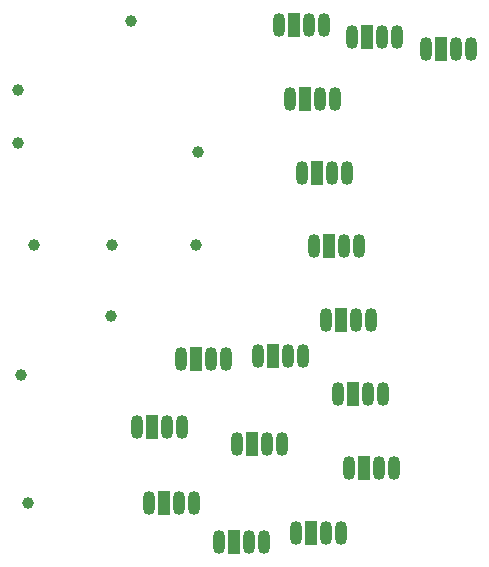
<source format=gts>
%FSLAX25Y25*%
%MOIN*%
G70*
G01*
G75*
G04 Layer_Color=8388736*
%ADD10C,0.01575*%
%ADD11C,0.03150*%
%ADD12O,0.04213X0.07874*%
%ADD13R,0.04213X0.07874*%
%ADD14C,0.03937*%
%ADD15R,0.02992X0.09449*%
G04:AMPARAMS|DCode=16|XSize=94.49mil|YSize=29.92mil|CornerRadius=7.48mil|HoleSize=0mil|Usage=FLASHONLY|Rotation=90.000|XOffset=0mil|YOffset=0mil|HoleType=Round|Shape=RoundedRectangle|*
%AMROUNDEDRECTD16*
21,1,0.09449,0.01496,0,0,90.0*
21,1,0.07953,0.02992,0,0,90.0*
1,1,0.01496,0.00748,0.03976*
1,1,0.01496,0.00748,-0.03976*
1,1,0.01496,-0.00748,-0.03976*
1,1,0.01496,-0.00748,0.03976*
%
%ADD16ROUNDEDRECTD16*%
%ADD17R,0.04331X0.06693*%
%ADD18R,0.06693X0.04331*%
%ADD19R,0.05118X0.05906*%
%ADD20R,0.05906X0.05118*%
%ADD21R,0.02362X0.05118*%
%ADD22O,0.02165X0.06890*%
%ADD23O,0.06890X0.02165*%
%ADD24R,0.15748X0.15748*%
%ADD25R,0.14961X0.15748*%
%ADD26R,0.15748X0.13780*%
%ADD27C,0.01181*%
%ADD28C,0.01969*%
D12*
X209035Y90551D02*
D03*
X219035D02*
D03*
X224035D02*
D03*
X292933Y254921D02*
D03*
X287933D02*
D03*
X277933D02*
D03*
X253327Y258858D02*
D03*
X263327D02*
D03*
X268327D02*
D03*
X243721Y262795D02*
D03*
X238720D02*
D03*
X228720D02*
D03*
X232658Y238189D02*
D03*
X242657D02*
D03*
X247657D02*
D03*
X251594Y213583D02*
D03*
X246595D02*
D03*
X236595D02*
D03*
X240531Y188976D02*
D03*
X250532D02*
D03*
X255532D02*
D03*
X259469Y164370D02*
D03*
X254468D02*
D03*
X244468D02*
D03*
X248406Y139764D02*
D03*
X258405D02*
D03*
X263405D02*
D03*
X267342Y115157D02*
D03*
X262343D02*
D03*
X252343D02*
D03*
X234626Y93504D02*
D03*
X244626D02*
D03*
X249626D02*
D03*
X200413Y103347D02*
D03*
X195413D02*
D03*
X185413D02*
D03*
X181476Y128937D02*
D03*
X191476D02*
D03*
X196476D02*
D03*
X211240Y151575D02*
D03*
X206240D02*
D03*
X196240D02*
D03*
X221831Y152559D02*
D03*
X231831D02*
D03*
X236831D02*
D03*
X229941Y123031D02*
D03*
X224941D02*
D03*
X214941D02*
D03*
D13*
X214035Y90551D02*
D03*
X282933Y254921D02*
D03*
X258327Y258858D02*
D03*
X233720Y262795D02*
D03*
X237657Y238189D02*
D03*
X241595Y213583D02*
D03*
X245532Y188976D02*
D03*
X249468Y164370D02*
D03*
X253405Y139764D02*
D03*
X257343Y115157D02*
D03*
X239626Y93504D02*
D03*
X190413Y103347D02*
D03*
X186476Y128937D02*
D03*
X201240Y151575D02*
D03*
X226831Y152559D02*
D03*
X219941Y123031D02*
D03*
D14*
X179626Y264272D02*
D03*
X172736Y165847D02*
D03*
X201870Y220571D02*
D03*
X201279Y189469D02*
D03*
X141732Y223425D02*
D03*
X173228Y189469D02*
D03*
X147146D02*
D03*
X141732Y241142D02*
D03*
X142717Y146161D02*
D03*
X145177Y103347D02*
D03*
M02*

</source>
